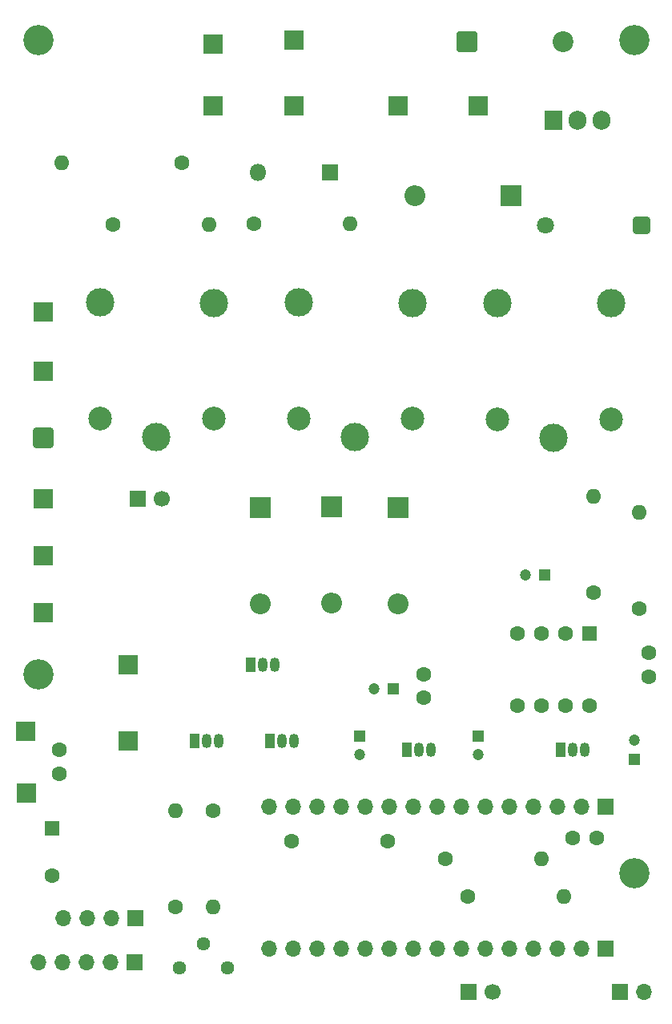
<source format=gbr>
%TF.GenerationSoftware,KiCad,Pcbnew,9.0.6*%
%TF.CreationDate,2025-12-25T22:54:44+01:00*%
%TF.ProjectId,dummyload,64756d6d-796c-46f6-9164-2e6b69636164,rev?*%
%TF.SameCoordinates,Original*%
%TF.FileFunction,Soldermask,Bot*%
%TF.FilePolarity,Negative*%
%FSLAX46Y46*%
G04 Gerber Fmt 4.6, Leading zero omitted, Abs format (unit mm)*
G04 Created by KiCad (PCBNEW 9.0.6) date 2025-12-25 22:54:44*
%MOMM*%
%LPD*%
G01*
G04 APERTURE LIST*
G04 Aperture macros list*
%AMRoundRect*
0 Rectangle with rounded corners*
0 $1 Rounding radius*
0 $2 $3 $4 $5 $6 $7 $8 $9 X,Y pos of 4 corners*
0 Add a 4 corners polygon primitive as box body*
4,1,4,$2,$3,$4,$5,$6,$7,$8,$9,$2,$3,0*
0 Add four circle primitives for the rounded corners*
1,1,$1+$1,$2,$3*
1,1,$1+$1,$4,$5*
1,1,$1+$1,$6,$7*
1,1,$1+$1,$8,$9*
0 Add four rect primitives between the rounded corners*
20,1,$1+$1,$2,$3,$4,$5,0*
20,1,$1+$1,$4,$5,$6,$7,0*
20,1,$1+$1,$6,$7,$8,$9,0*
20,1,$1+$1,$8,$9,$2,$3,0*%
G04 Aperture macros list end*
%ADD10C,3.200000*%
%ADD11C,1.600000*%
%ADD12O,1.600000X1.600000*%
%ADD13R,1.700000X1.700000*%
%ADD14C,1.700000*%
%ADD15R,1.050000X1.500000*%
%ADD16O,1.050000X1.500000*%
%ADD17R,1.200000X1.200000*%
%ADD18C,1.200000*%
%ADD19R,2.200000X2.200000*%
%ADD20O,2.200000X2.200000*%
%ADD21RoundRect,0.250000X0.650000X0.650000X-0.650000X0.650000X-0.650000X-0.650000X0.650000X-0.650000X0*%
%ADD22C,1.800000*%
%ADD23RoundRect,0.250001X-0.799999X-0.799999X0.799999X-0.799999X0.799999X0.799999X-0.799999X0.799999X0*%
%ADD24O,1.700000X1.700000*%
%ADD25C,3.000000*%
%ADD26C,2.500000*%
%ADD27R,1.600000X1.600000*%
%ADD28RoundRect,0.250000X-0.825000X-0.825000X0.825000X-0.825000X0.825000X0.825000X-0.825000X0.825000X0*%
%ADD29C,1.440000*%
%ADD30RoundRect,0.250000X-0.550000X0.550000X-0.550000X-0.550000X0.550000X-0.550000X0.550000X0.550000X0*%
%ADD31R,1.905000X2.000000*%
%ADD32O,1.905000X2.000000*%
%ADD33RoundRect,0.249999X-0.850001X-0.850001X0.850001X-0.850001X0.850001X0.850001X-0.850001X0.850001X0*%
%ADD34C,2.200000*%
%ADD35R,1.800000X1.800000*%
%ADD36O,1.800000X1.800000*%
G04 APERTURE END LIST*
D10*
%TO.C,REF\u002A\u002A*%
X178500000Y-45000000D03*
%TD*%
D11*
%TO.C,R10*%
X123420000Y-64500000D03*
D12*
X133580000Y-64500000D03*
%TD*%
D13*
%TO.C,J22*%
X126000000Y-93500000D03*
D14*
X128540000Y-93500000D03*
%TD*%
D15*
%TO.C,Q3*%
X132000000Y-119000000D03*
D16*
X133270000Y-119000000D03*
X134540000Y-119000000D03*
%TD*%
D11*
%TO.C,C6*%
X117750000Y-122500000D03*
X117750000Y-120000000D03*
%TD*%
D17*
%TO.C,C2*%
X162000000Y-118500000D03*
D18*
X162000000Y-120500000D03*
%TD*%
D19*
%TO.C,D2*%
X146500000Y-94340000D03*
D20*
X146500000Y-104500000D03*
%TD*%
D13*
%TO.C,J21*%
X160960000Y-145500000D03*
D14*
X163500000Y-145500000D03*
%TD*%
D17*
%TO.C,C5*%
X153000000Y-113500000D03*
D18*
X151000000Y-113500000D03*
%TD*%
D19*
%TO.C,D3*%
X139000000Y-94420000D03*
D20*
X139000000Y-104580000D03*
%TD*%
D21*
%TO.C,D8*%
X179280000Y-64600000D03*
D22*
X169120000Y-64600000D03*
%TD*%
D23*
%TO.C,J19*%
X114200000Y-118000000D03*
%TD*%
D10*
%TO.C,REF\u002A\u002A*%
X115500000Y-45000000D03*
%TD*%
D23*
%TO.C,J11*%
X116000000Y-99500000D03*
%TD*%
D15*
%TO.C,Q4*%
X139980000Y-119000000D03*
D16*
X141250000Y-119000000D03*
X142520000Y-119000000D03*
%TD*%
D13*
%TO.C,J3*%
X125700000Y-142400000D03*
D24*
X123160000Y-142400000D03*
X120620000Y-142400000D03*
X118080000Y-142400000D03*
X115540000Y-142400000D03*
%TD*%
D11*
%TO.C,R5*%
X160920000Y-135500000D03*
D12*
X171080000Y-135500000D03*
%TD*%
D23*
%TO.C,J10*%
X116000000Y-80000000D03*
%TD*%
%TO.C,J13*%
X125000000Y-111000000D03*
%TD*%
D15*
%TO.C,Q2*%
X138000000Y-111000000D03*
D16*
X139270000Y-111000000D03*
X140540000Y-111000000D03*
%TD*%
D23*
%TO.C,J17*%
X142500000Y-45000000D03*
%TD*%
D10*
%TO.C,REF\u002A\u002A*%
X115500000Y-112000000D03*
%TD*%
D23*
%TO.C,J7*%
X114250000Y-124500000D03*
%TD*%
D11*
%TO.C,R7*%
X134000000Y-126420000D03*
D12*
X134000000Y-136580000D03*
%TD*%
D11*
%TO.C,R3*%
X158500000Y-131500000D03*
D12*
X168660000Y-131500000D03*
%TD*%
D15*
%TO.C,U3*%
X154460000Y-120000000D03*
D16*
X155730000Y-120000000D03*
X157000000Y-120000000D03*
%TD*%
D13*
%TO.C,J20*%
X177000000Y-145500000D03*
D24*
X179540000Y-145500000D03*
%TD*%
D25*
%TO.C,K2*%
X170000000Y-87000000D03*
D26*
X176050000Y-85050000D03*
D25*
X176050000Y-72850000D03*
X164000000Y-72800000D03*
D26*
X164050000Y-85050000D03*
%TD*%
D27*
%TO.C,U2*%
X173810000Y-107695000D03*
D11*
X171270000Y-107695000D03*
X168730000Y-107695000D03*
X166190000Y-107695000D03*
X166190000Y-115315000D03*
X168730000Y-115315000D03*
X171270000Y-115315000D03*
X173810000Y-115315000D03*
%TD*%
%TO.C,R8*%
X130000000Y-136580000D03*
D12*
X130000000Y-126420000D03*
%TD*%
D23*
%TO.C,J14*%
X125000000Y-119000000D03*
%TD*%
D11*
%TO.C,C10*%
X156250000Y-114500000D03*
X156250000Y-112000000D03*
%TD*%
D13*
%TO.C,J6*%
X175480000Y-141000000D03*
D24*
X172940000Y-141000000D03*
X170400000Y-141000000D03*
X167860000Y-141000000D03*
X165320000Y-141000000D03*
X162780000Y-141000000D03*
X160240000Y-141000000D03*
X157700000Y-141000000D03*
X155160000Y-141000000D03*
X152620000Y-141000000D03*
X150080000Y-141000000D03*
X147540000Y-141000000D03*
X145000000Y-141000000D03*
X142460000Y-141000000D03*
X139920000Y-141000000D03*
%TD*%
D11*
%TO.C,R1*%
X152400000Y-129600000D03*
X142240000Y-129600000D03*
%TD*%
D23*
%TO.C,J4*%
X162000000Y-52000000D03*
%TD*%
D28*
%TO.C,J23*%
X116000000Y-87000000D03*
%TD*%
D11*
%TO.C,R9*%
X138320000Y-64400000D03*
D12*
X148480000Y-64400000D03*
%TD*%
D25*
%TO.C,K4*%
X128000000Y-86950000D03*
D26*
X134050000Y-85000000D03*
D25*
X134050000Y-72800000D03*
X122000000Y-72750000D03*
D26*
X122050000Y-85000000D03*
%TD*%
D17*
%TO.C,C4*%
X178500000Y-120972600D03*
D18*
X178500000Y-118972600D03*
%TD*%
D29*
%TO.C,RV1*%
X135540000Y-143040000D03*
X133000000Y-140500000D03*
X130460000Y-143040000D03*
%TD*%
D19*
%TO.C,D4*%
X153500000Y-94420000D03*
D20*
X153500000Y-104580000D03*
%TD*%
D17*
%TO.C,C1*%
X169027401Y-101500000D03*
D18*
X167027401Y-101500000D03*
%TD*%
D23*
%TO.C,J18*%
X142500000Y-52000000D03*
%TD*%
D30*
%TO.C,C8*%
X117000000Y-128250000D03*
D11*
X117000000Y-133250000D03*
%TD*%
D23*
%TO.C,J1*%
X153500000Y-52000000D03*
%TD*%
D11*
%TO.C,C9*%
X172000000Y-129250000D03*
X174500000Y-129250000D03*
%TD*%
%TO.C,C7*%
X180000000Y-112250000D03*
X180000000Y-109750000D03*
%TD*%
D23*
%TO.C,J9*%
X116000000Y-73740000D03*
%TD*%
D10*
%TO.C,REF\u002A\u002A*%
X178500000Y-133000000D03*
%TD*%
D19*
%TO.C,D1*%
X165500000Y-61500000D03*
D20*
X155340000Y-61500000D03*
%TD*%
D23*
%TO.C,J15*%
X134000000Y-45500000D03*
%TD*%
D11*
%TO.C,R4*%
X130700000Y-58000000D03*
D12*
X118000000Y-58000000D03*
%TD*%
D31*
%TO.C,Q1*%
X169960000Y-53500000D03*
D32*
X172500000Y-53500000D03*
X175040000Y-53500000D03*
%TD*%
D17*
%TO.C,C3*%
X149500000Y-118500000D03*
D18*
X149500000Y-120500000D03*
%TD*%
D11*
%TO.C,R6*%
X174200000Y-103400000D03*
D12*
X174200000Y-93240000D03*
%TD*%
D13*
%TO.C,J2*%
X125750000Y-137750000D03*
D24*
X123210000Y-137750000D03*
X120670000Y-137750000D03*
X118130000Y-137750000D03*
%TD*%
D23*
%TO.C,J12*%
X116000000Y-93500000D03*
%TD*%
D15*
%TO.C,U4*%
X170730000Y-120000000D03*
D16*
X172000000Y-120000000D03*
X173270000Y-120000000D03*
%TD*%
D23*
%TO.C,J16*%
X134000000Y-52000000D03*
%TD*%
D25*
%TO.C,K1*%
X149000000Y-86950000D03*
D26*
X155050000Y-85000000D03*
D25*
X155050000Y-72800000D03*
X143000000Y-72750000D03*
D26*
X143050000Y-85000000D03*
%TD*%
D33*
%TO.C,D6*%
X160820000Y-45200000D03*
D34*
X170980000Y-45200000D03*
%TD*%
D23*
%TO.C,J8*%
X116000000Y-105500000D03*
%TD*%
D35*
%TO.C,D5*%
X146310000Y-59000000D03*
D36*
X138690000Y-59000000D03*
%TD*%
D13*
%TO.C,J5*%
X175480000Y-126000000D03*
D24*
X172940000Y-126000000D03*
X170400000Y-126000000D03*
X167860000Y-126000000D03*
X165320000Y-126000000D03*
X162780000Y-126000000D03*
X160240000Y-126000000D03*
X157700000Y-126000000D03*
X155160000Y-126000000D03*
X152620000Y-126000000D03*
X150080000Y-126000000D03*
X147540000Y-126000000D03*
X145000000Y-126000000D03*
X142460000Y-126000000D03*
X139920000Y-126000000D03*
%TD*%
D11*
%TO.C,R2*%
X179000000Y-105080000D03*
D12*
X179000000Y-94920000D03*
%TD*%
M02*

</source>
